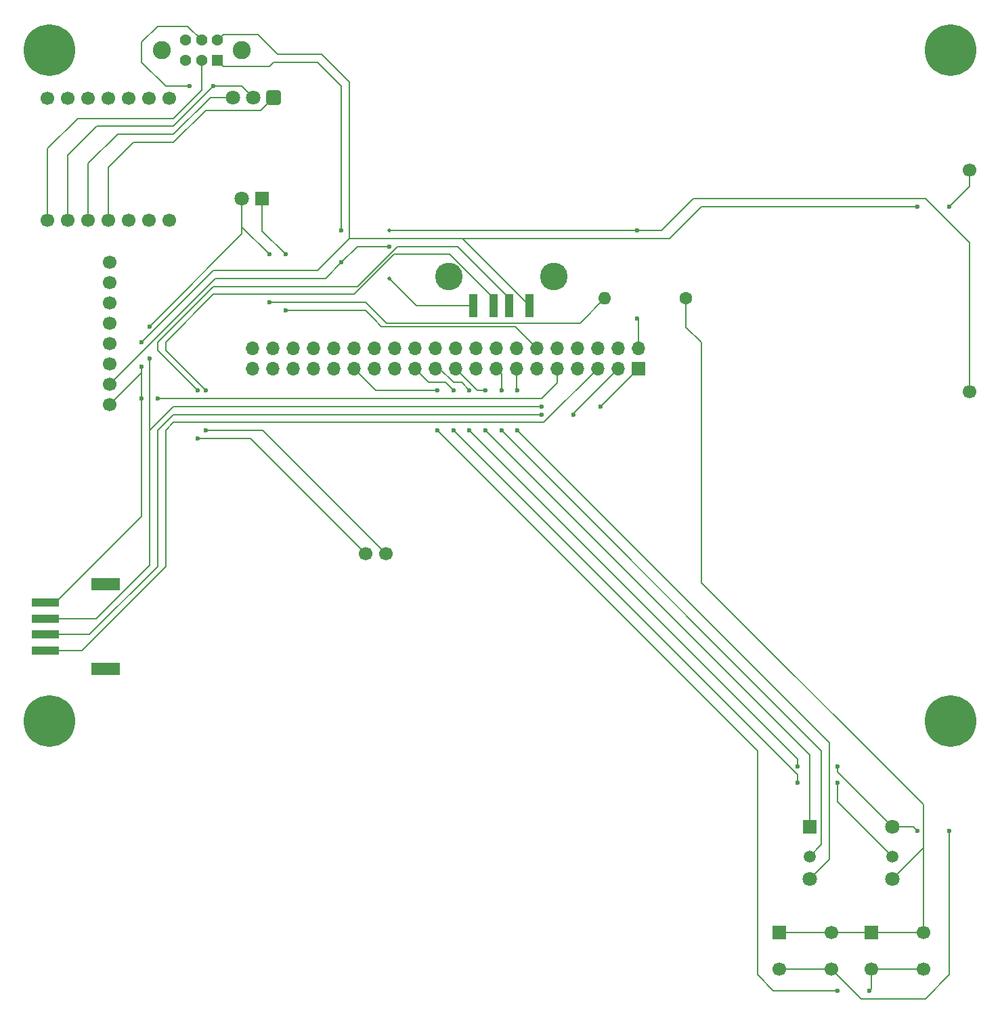
<source format=gbr>
%TF.GenerationSoftware,KiCad,Pcbnew,8.0.7-8.0.7-0~ubuntu22.04.1*%
%TF.CreationDate,2026-01-24T15:26:46-05:00*%
%TF.ProjectId,whackberry_mobo,77686163-6b62-4657-9272-795f6d6f626f,rev?*%
%TF.SameCoordinates,Original*%
%TF.FileFunction,Copper,L2,Bot*%
%TF.FilePolarity,Positive*%
%FSLAX46Y46*%
G04 Gerber Fmt 4.6, Leading zero omitted, Abs format (unit mm)*
G04 Created by KiCad (PCBNEW 8.0.7-8.0.7-0~ubuntu22.04.1) date 2026-01-24 15:26:46*
%MOMM*%
%LPD*%
G01*
G04 APERTURE LIST*
G04 Aperture macros list*
%AMRoundRect*
0 Rectangle with rounded corners*
0 $1 Rounding radius*
0 $2 $3 $4 $5 $6 $7 $8 $9 X,Y pos of 4 corners*
0 Add a 4 corners polygon primitive as box body*
4,1,4,$2,$3,$4,$5,$6,$7,$8,$9,$2,$3,0*
0 Add four circle primitives for the rounded corners*
1,1,$1+$1,$2,$3*
1,1,$1+$1,$4,$5*
1,1,$1+$1,$6,$7*
1,1,$1+$1,$8,$9*
0 Add four rect primitives between the rounded corners*
20,1,$1+$1,$2,$3,$4,$5,0*
20,1,$1+$1,$4,$5,$6,$7,0*
20,1,$1+$1,$6,$7,$8,$9,0*
20,1,$1+$1,$8,$9,$2,$3,0*%
G04 Aperture macros list end*
%TA.AperFunction,ComponentPad*%
%ADD10R,1.700000X1.700000*%
%TD*%
%TA.AperFunction,ComponentPad*%
%ADD11C,1.700000*%
%TD*%
%TA.AperFunction,ComponentPad*%
%ADD12C,6.451600*%
%TD*%
%TA.AperFunction,ComponentPad*%
%ADD13R,1.800000X1.800000*%
%TD*%
%TA.AperFunction,ComponentPad*%
%ADD14C,1.500000*%
%TD*%
%TA.AperFunction,ComponentPad*%
%ADD15C,1.800000*%
%TD*%
%TA.AperFunction,ComponentPad*%
%ADD16R,1.438000X1.438000*%
%TD*%
%TA.AperFunction,ComponentPad*%
%ADD17C,1.438000*%
%TD*%
%TA.AperFunction,ComponentPad*%
%ADD18C,2.265000*%
%TD*%
%TA.AperFunction,ComponentPad*%
%ADD19C,1.600000*%
%TD*%
%TA.AperFunction,ComponentPad*%
%ADD20O,1.600000X1.600000*%
%TD*%
%TA.AperFunction,ComponentPad*%
%ADD21O,1.700000X1.700000*%
%TD*%
%TA.AperFunction,SMDPad,CuDef*%
%ADD22R,1.120000X2.880000*%
%TD*%
%TA.AperFunction,ComponentPad*%
%ADD23C,3.450000*%
%TD*%
%TA.AperFunction,ComponentPad*%
%ADD24RoundRect,0.248400X0.651600X0.651600X-0.651600X0.651600X-0.651600X-0.651600X0.651600X-0.651600X0*%
%TD*%
%TA.AperFunction,SMDPad,CuDef*%
%ADD25R,3.400000X1.000000*%
%TD*%
%TA.AperFunction,SMDPad,CuDef*%
%ADD26R,3.600000X1.500000*%
%TD*%
%TA.AperFunction,ViaPad*%
%ADD27C,0.600000*%
%TD*%
%TA.AperFunction,ViaPad*%
%ADD28C,0.500000*%
%TD*%
%TA.AperFunction,Conductor*%
%ADD29C,0.200000*%
%TD*%
G04 APERTURE END LIST*
D10*
%TO.P,SW2,1,1*%
%TO.N,Net-(5WayNav-1-COMMON)*%
X145250000Y-133750000D03*
D11*
X151750000Y-133750000D03*
%TO.P,SW2,2,2*%
%TO.N,Net-(RPi-Zero-1-Pad29)*%
X145250000Y-138250000D03*
X151750000Y-138250000D03*
%TD*%
D10*
%TO.P,SW1,1,1*%
%TO.N,Net-(5WayNav-1-COMMON)*%
X133750000Y-133750000D03*
D11*
X140250000Y-133750000D03*
%TO.P,SW1,2,2*%
%TO.N,Net-(5WayNav-1-CENTER)*%
X133750000Y-138250000D03*
X140250000Y-138250000D03*
%TD*%
%TO.P,LCD-1,5V*%
%TO.N,Net-(USB-A-1-5V)*%
X157524000Y-66187400D03*
%TO.P,LCD-1,GND*%
%TO.N,Net-(GROVE-1-GND)*%
X157524000Y-38501400D03*
D12*
%TO.P,LCD-1,SH1*%
%TO.N,N/C*%
X42500000Y-107300000D03*
%TO.P,LCD-1,SH2*%
X155200000Y-107300000D03*
%TO.P,LCD-1,SH3*%
X155200000Y-23500000D03*
%TO.P,LCD-1,SH4*%
X42500000Y-23500000D03*
%TD*%
D13*
%TO.P,5WayNav-1,1,A*%
%TO.N,Net-(5WayNav-1-A)*%
X137550000Y-120500000D03*
D14*
%TO.P,5WayNav-1,2,B*%
%TO.N,Net-(5WayNav-1-B)*%
X137550000Y-124200000D03*
D15*
%TO.P,5WayNav-1,3,C*%
%TO.N,Net-(5WayNav-1-C)*%
X137550000Y-127000000D03*
%TO.P,5WayNav-1,4,COMMON*%
%TO.N,Net-(5WayNav-1-COMMON)*%
X147850000Y-127000000D03*
D14*
%TO.P,5WayNav-1,5,D*%
%TO.N,Net-(5WayNav-1-D)*%
X147850000Y-124200000D03*
D15*
%TO.P,5WayNav-1,6,CENTER*%
%TO.N,Net-(5WayNav-1-CENTER)*%
X147850000Y-120500000D03*
%TD*%
D16*
%TO.P,S1,1*%
%TO.N,Net-(USB-A-1-5V)*%
X63500000Y-24750000D03*
D17*
%TO.P,S1,2*%
%TO.N,Net-(QTpy-1-Pad5V)*%
X61500000Y-24750000D03*
%TO.P,S1,3*%
%TO.N,unconnected-(S1-Pad3)*%
X59500000Y-24750000D03*
%TO.P,S1,4*%
%TO.N,Net-(GROVE-1-GND)*%
X63500000Y-22250000D03*
%TO.P,S1,5*%
%TO.N,Net-(IR-Re-1-GND)*%
X61500000Y-22250000D03*
%TO.P,S1,6*%
%TO.N,unconnected-(S1-Pad6)*%
X59500000Y-22250000D03*
D18*
%TO.P,S1,S1*%
%TO.N,N/C*%
X66500000Y-23500000D03*
%TO.P,S1,S2*%
X56500000Y-23500000D03*
%TD*%
D19*
%TO.P,R1,1*%
%TO.N,Net-(5WayNav-1-COMMON)*%
X122080000Y-54500000D03*
D20*
%TO.P,R1,2*%
%TO.N,Net-(GROVE-1-3.3V)*%
X111920000Y-54500000D03*
%TD*%
D13*
%TO.P,IR-LED-1,1,K*%
%TO.N,Net-(IR-LED-1-K)*%
X69100000Y-42000000D03*
D15*
%TO.P,IR-LED-1,2,A*%
%TO.N,Net-(GROVE-1-3.3V)*%
X66560000Y-42000000D03*
%TD*%
D10*
%TO.P,RPi-Zero-1,1*%
%TO.N,Net-(GROVE-1-3.3V)*%
X116130000Y-63270000D03*
D21*
%TO.P,RPi-Zero-1,2*%
%TO.N,Net-(USB-A-1-5V)*%
X116130000Y-60730000D03*
%TO.P,RPi-Zero-1,3*%
%TO.N,Net-(GROVE-1-SCL)*%
X113590000Y-63270000D03*
%TO.P,RPi-Zero-1,4*%
%TO.N,unconnected-(RPi-Zero-1-Pad4)*%
X113590000Y-60730000D03*
%TO.P,RPi-Zero-1,5*%
%TO.N,Net-(GROVE-1-SDA)*%
X111050000Y-63270000D03*
%TO.P,RPi-Zero-1,6*%
%TO.N,unconnected-(RPi-Zero-1-Pad6)*%
X111050000Y-60730000D03*
%TO.P,RPi-Zero-1,7*%
%TO.N,unconnected-(RPi-Zero-1-Pad7)*%
X108510000Y-63270000D03*
%TO.P,RPi-Zero-1,8*%
%TO.N,unconnected-(RPi-Zero-1-Pad8)*%
X108510000Y-60730000D03*
%TO.P,RPi-Zero-1,9*%
%TO.N,Net-(GROVE-1-GND)*%
X105970000Y-63270000D03*
%TO.P,RPi-Zero-1,10*%
%TO.N,unconnected-(RPi-Zero-1-Pad10)*%
X105970000Y-60730000D03*
%TO.P,RPi-Zero-1,11*%
%TO.N,unconnected-(RPi-Zero-1-Pad11)*%
X103430000Y-63270000D03*
%TO.P,RPi-Zero-1,12*%
%TO.N,Net-(IR-LED-1-K)*%
X103430000Y-60730000D03*
%TO.P,RPi-Zero-1,13*%
%TO.N,Net-(5WayNav-1-C)*%
X100890000Y-63270000D03*
%TO.P,RPi-Zero-1,14*%
%TO.N,unconnected-(RPi-Zero-1-Pad14)*%
X100890000Y-60730000D03*
%TO.P,RPi-Zero-1,15*%
%TO.N,Net-(5WayNav-1-B)*%
X98350000Y-63270000D03*
%TO.P,RPi-Zero-1,16*%
%TO.N,unconnected-(RPi-Zero-1-Pad16)*%
X98350000Y-60730000D03*
%TO.P,RPi-Zero-1,17*%
%TO.N,unconnected-(RPi-Zero-1-Pad17)*%
X95810000Y-63270000D03*
%TO.P,RPi-Zero-1,18*%
%TO.N,unconnected-(RPi-Zero-1-Pad18)*%
X95810000Y-60730000D03*
%TO.P,RPi-Zero-1,19*%
%TO.N,Net-(5WayNav-1-A)*%
X93270000Y-63270000D03*
%TO.P,RPi-Zero-1,20*%
%TO.N,unconnected-(RPi-Zero-1-Pad20)*%
X93270000Y-60730000D03*
%TO.P,RPi-Zero-1,21*%
%TO.N,Net-(5WayNav-1-CENTER)*%
X90730000Y-63270000D03*
%TO.P,RPi-Zero-1,22*%
%TO.N,unconnected-(RPi-Zero-1-Pad22)*%
X90730000Y-60730000D03*
%TO.P,RPi-Zero-1,23*%
%TO.N,Net-(5WayNav-1-D)*%
X88190000Y-63270000D03*
%TO.P,RPi-Zero-1,24*%
%TO.N,unconnected-(RPi-Zero-1-Pad24)*%
X88190000Y-60730000D03*
%TO.P,RPi-Zero-1,25*%
%TO.N,unconnected-(RPi-Zero-1-Pad25)*%
X85650000Y-63270000D03*
%TO.P,RPi-Zero-1,26*%
%TO.N,unconnected-(RPi-Zero-1-Pad26)*%
X85650000Y-60730000D03*
%TO.P,RPi-Zero-1,27*%
%TO.N,unconnected-(RPi-Zero-1-Pad27)*%
X83110000Y-63270000D03*
%TO.P,RPi-Zero-1,28*%
%TO.N,unconnected-(RPi-Zero-1-Pad28)*%
X83110000Y-60730000D03*
%TO.P,RPi-Zero-1,29*%
%TO.N,Net-(RPi-Zero-1-Pad29)*%
X80570000Y-63270000D03*
%TO.P,RPi-Zero-1,30*%
%TO.N,unconnected-(RPi-Zero-1-Pad30)*%
X80570000Y-60730000D03*
%TO.P,RPi-Zero-1,31*%
%TO.N,unconnected-(RPi-Zero-1-Pad31)*%
X78030000Y-63270000D03*
%TO.P,RPi-Zero-1,32*%
%TO.N,unconnected-(RPi-Zero-1-Pad32)*%
X78030000Y-60730000D03*
%TO.P,RPi-Zero-1,33*%
%TO.N,unconnected-(RPi-Zero-1-Pad33)*%
X75490000Y-63270000D03*
%TO.P,RPi-Zero-1,34*%
%TO.N,unconnected-(RPi-Zero-1-Pad34)*%
X75490000Y-60730000D03*
%TO.P,RPi-Zero-1,35*%
%TO.N,unconnected-(RPi-Zero-1-Pad35)*%
X72950000Y-63270000D03*
%TO.P,RPi-Zero-1,36*%
%TO.N,unconnected-(RPi-Zero-1-Pad36)*%
X72950000Y-60730000D03*
%TO.P,RPi-Zero-1,37*%
%TO.N,unconnected-(RPi-Zero-1-Pad37)*%
X70410000Y-63270000D03*
%TO.P,RPi-Zero-1,38*%
%TO.N,unconnected-(RPi-Zero-1-Pad38)*%
X70410000Y-60730000D03*
%TO.P,RPi-Zero-1,39*%
%TO.N,unconnected-(RPi-Zero-1-Pad39)*%
X67870000Y-63270000D03*
%TO.P,RPi-Zero-1,40*%
%TO.N,unconnected-(RPi-Zero-1-Pad40)*%
X67870000Y-60730000D03*
D11*
%TO.P,RPi-Zero-1,PP22*%
%TO.N,Net-(USB-A-1-D+)*%
X81975000Y-86350000D03*
%TO.P,RPi-Zero-1,PP23*%
%TO.N,Net-(USB-A-1-D-)*%
X84515000Y-86350000D03*
%TD*%
%TO.P,QTpy-1,3.3V*%
%TO.N,Net-(IR-Re-1-Vs)*%
X47340000Y-44740000D03*
%TO.P,QTpy-1,5V*%
%TO.N,Net-(QTpy-1-Pad5V)*%
X42260000Y-44740000D03*
%TO.P,QTpy-1,A0*%
%TO.N,unconnected-(QTpy-1-PadA0)*%
X42260000Y-29500000D03*
%TO.P,QTpy-1,A1*%
%TO.N,unconnected-(QTpy-1-PadA1)*%
X44800000Y-29500000D03*
%TO.P,QTpy-1,A2*%
%TO.N,unconnected-(QTpy-1-PadA2)*%
X47340000Y-29500000D03*
%TO.P,QTpy-1,A3*%
%TO.N,unconnected-(QTpy-1-PadA3)*%
X49880000Y-29500000D03*
%TO.P,QTpy-1,GND*%
%TO.N,Net-(IR-Re-1-GND)*%
X44800000Y-44740000D03*
%TO.P,QTpy-1,MISO*%
%TO.N,unconnected-(QTpy-1-PadMISO)*%
X52420000Y-44740000D03*
%TO.P,QTpy-1,MOSI*%
%TO.N,Net-(IR-Re-1-OUT)*%
X49880000Y-44740000D03*
%TO.P,QTpy-1,RX*%
%TO.N,unconnected-(QTpy-1-PadRX)*%
X57500000Y-44740000D03*
%TO.P,QTpy-1,SCK*%
%TO.N,unconnected-(QTpy-1-PadSCK)*%
X54960000Y-44740000D03*
%TO.P,QTpy-1,SCL*%
%TO.N,unconnected-(QTpy-1-PadSCL)*%
X54960000Y-29500000D03*
%TO.P,QTpy-1,SDA*%
%TO.N,unconnected-(QTpy-1-PadSDA)*%
X52420000Y-29500000D03*
%TO.P,QTpy-1,TX*%
%TO.N,unconnected-(QTpy-1-PadTX)*%
X57500000Y-29500000D03*
%TD*%
D22*
%TO.P,USB-A-1,1,5V*%
%TO.N,Net-(USB-A-1-5V)*%
X95500000Y-55360000D03*
%TO.P,USB-A-1,2,D-*%
%TO.N,Net-(USB-A-1-D-)*%
X98000000Y-55360000D03*
%TO.P,USB-A-1,3,D+*%
%TO.N,Net-(USB-A-1-D+)*%
X100000000Y-55360000D03*
%TO.P,USB-A-1,4,GND*%
%TO.N,Net-(GROVE-1-GND)*%
X102500000Y-55360000D03*
D23*
%TO.P,USB-A-1,5,MH1*%
%TO.N,unconnected-(USB-A-1-MH1-Pad5)*%
X92430000Y-51780000D03*
%TO.P,USB-A-1,6,MH2*%
%TO.N,unconnected-(USB-A-1-MH2-Pad6)*%
X105570000Y-51780000D03*
%TD*%
D24*
%TO.P,IR-Re-1,1,OUT*%
%TO.N,Net-(IR-Re-1-OUT)*%
X70500000Y-29400000D03*
D15*
%TO.P,IR-Re-1,2,GND*%
%TO.N,Net-(IR-Re-1-GND)*%
X67960000Y-29400000D03*
%TO.P,IR-Re-1,3,Vs*%
%TO.N,Net-(IR-Re-1-Vs)*%
X65420000Y-29400000D03*
%TD*%
D25*
%TO.P,GROVE-1,1,GND*%
%TO.N,Net-(GROVE-1-GND)*%
X42000000Y-92500000D03*
%TO.P,GROVE-1,2,3.3V*%
%TO.N,Net-(GROVE-1-3.3V)*%
X42000000Y-94500000D03*
%TO.P,GROVE-1,3,SCL*%
%TO.N,Net-(GROVE-1-SCL)*%
X42000000Y-96500000D03*
%TO.P,GROVE-1,4,SDA*%
%TO.N,Net-(GROVE-1-SDA)*%
X42000000Y-98500000D03*
D26*
%TO.P,GROVE-1,MP1,MP1*%
%TO.N,unconnected-(GROVE-1-PadMP1)*%
X49500000Y-90200000D03*
%TO.P,GROVE-1,MP2,MP2*%
%TO.N,unconnected-(GROVE-1-PadMP2)*%
X49500000Y-100800000D03*
%TD*%
D11*
%TO.P,USB-C-1,CC1*%
%TO.N,unconnected-(USB-C-1-PadCC1)*%
X50000000Y-60160000D03*
%TO.P,USB-C-1,CC2*%
%TO.N,unconnected-(USB-C-1-PadCC2)*%
X50000000Y-50000000D03*
%TO.P,USB-C-1,D+*%
%TO.N,unconnected-(USB-C-1-PadD+)*%
X50000000Y-55080000D03*
%TO.P,USB-C-1,D-*%
%TO.N,unconnected-(USB-C-1-PadD-)*%
X50000000Y-57620000D03*
%TO.P,USB-C-1,GND*%
%TO.N,Net-(GROVE-1-GND)*%
X50000000Y-67780000D03*
%TO.P,USB-C-1,SBU1*%
%TO.N,unconnected-(USB-C-1-PadSBU1)*%
X50000000Y-52540000D03*
%TO.P,USB-C-1,SBU2*%
%TO.N,unconnected-(USB-C-1-PadSBU2)*%
X50000000Y-62700000D03*
%TO.P,USB-C-1,VBUS*%
%TO.N,Net-(USB-A-1-5V)*%
X50000000Y-65240000D03*
%TD*%
D27*
%TO.N,Net-(5WayNav-1-B)*%
X99000000Y-71000000D03*
X99000000Y-66000000D03*
%TO.N,Net-(5WayNav-1-D)*%
X141000000Y-115000000D03*
X136000000Y-115000000D03*
X93000000Y-71000000D03*
X93000000Y-66000000D03*
%TO.N,Net-(5WayNav-1-C)*%
X101000000Y-71000000D03*
X101000000Y-66000000D03*
%TO.N,Net-(5WayNav-1-CENTER)*%
X141000000Y-113000000D03*
X155000000Y-121000000D03*
X151000000Y-121000000D03*
X95000000Y-66000000D03*
X136000000Y-113000000D03*
X95000000Y-71000000D03*
%TO.N,Net-(5WayNav-1-A)*%
X97000000Y-66000000D03*
X97000000Y-71000000D03*
%TO.N,Net-(GROVE-1-3.3V)*%
X70000000Y-49000000D03*
X70000000Y-55000000D03*
X104000000Y-68000000D03*
X55000000Y-58000000D03*
X55000000Y-62000000D03*
X111400000Y-68000000D03*
%TO.N,Net-(GROVE-1-SCL)*%
X104000000Y-69000000D03*
X108000000Y-69000000D03*
%TO.N,Net-(GROVE-1-GND)*%
X54000000Y-60000000D03*
X54000000Y-67000000D03*
X54000000Y-63000000D03*
X56000000Y-67000000D03*
X151000000Y-43000000D03*
X155000000Y-43000000D03*
%TO.N,Net-(IR-LED-1-K)*%
X72000000Y-56000000D03*
X72000000Y-49000000D03*
%TO.N,Net-(USB-A-1-5V)*%
X85000000Y-48000000D03*
X116000000Y-46000000D03*
X79000000Y-50000000D03*
X116000000Y-57000000D03*
D28*
X85000000Y-46000000D03*
D27*
X79000000Y-46000000D03*
D28*
X85000000Y-52000000D03*
D27*
%TO.N,Net-(RPi-Zero-1-Pad29)*%
X91000000Y-66000000D03*
X141000000Y-141000000D03*
X145000000Y-141000000D03*
X91000000Y-71000000D03*
%TO.N,Net-(USB-A-1-D-)*%
X62000000Y-71000000D03*
X62000000Y-66000000D03*
%TO.N,Net-(USB-A-1-D+)*%
X61000000Y-66000000D03*
X61000000Y-72000000D03*
%TO.N,Net-(IR-Re-1-GND)*%
X60000000Y-28000000D03*
X63000000Y-28000000D03*
%TD*%
D29*
%TO.N,Net-(5WayNav-1-B)*%
X139000000Y-122750000D02*
X137550000Y-124200000D01*
X99000000Y-66000000D02*
X99000000Y-63920000D01*
X99000000Y-71000000D02*
X139000000Y-111000000D01*
X139000000Y-111000000D02*
X139000000Y-122750000D01*
X99000000Y-63920000D02*
X98350000Y-63270000D01*
%TO.N,Net-(5WayNav-1-D)*%
X141000000Y-115000000D02*
X141000000Y-117350000D01*
X92000000Y-65000000D02*
X89920000Y-65000000D01*
X89920000Y-65000000D02*
X88190000Y-63270000D01*
X141000000Y-117350000D02*
X147850000Y-124200000D01*
X93000000Y-66000000D02*
X92000000Y-65000000D01*
X93000000Y-71000000D02*
X136000000Y-114000000D01*
X136000000Y-114000000D02*
X136000000Y-115000000D01*
%TO.N,Net-(5WayNav-1-COMMON)*%
X151750000Y-122000000D02*
X151750000Y-117750000D01*
X145250000Y-133750000D02*
X151750000Y-133750000D01*
X147850000Y-127000000D02*
X151750000Y-123100000D01*
X151750000Y-117750000D02*
X124000000Y-90000000D01*
X124000000Y-90000000D02*
X124000000Y-60000000D01*
X151750000Y-133750000D02*
X151750000Y-122000000D01*
X151750000Y-123100000D02*
X151750000Y-122000000D01*
X140250000Y-133750000D02*
X145250000Y-133750000D01*
X122080000Y-58080000D02*
X122080000Y-54500000D01*
X124000000Y-60000000D02*
X122080000Y-58080000D01*
X133750000Y-133750000D02*
X140250000Y-133750000D01*
%TO.N,Net-(5WayNav-1-C)*%
X140000000Y-124550000D02*
X140000000Y-123000000D01*
X101000000Y-71000000D02*
X140000000Y-110000000D01*
X140000000Y-110000000D02*
X140000000Y-123000000D01*
X137550000Y-127000000D02*
X140000000Y-124550000D01*
X100890000Y-65890000D02*
X100890000Y-63270000D01*
X101000000Y-66000000D02*
X100890000Y-65890000D01*
%TO.N,Net-(5WayNav-1-CENTER)*%
X141000000Y-113000000D02*
X141000000Y-113650000D01*
X144000000Y-142000000D02*
X140250000Y-138250000D01*
X93000000Y-65000000D02*
X91270000Y-63270000D01*
X95000000Y-71000000D02*
X136000000Y-112000000D01*
X155000000Y-121000000D02*
X155000000Y-139000000D01*
X95000000Y-66000000D02*
X94000000Y-65000000D01*
X94000000Y-65000000D02*
X93000000Y-65000000D01*
X136000000Y-112000000D02*
X136000000Y-113000000D01*
X152000000Y-142000000D02*
X144000000Y-142000000D01*
X91270000Y-63270000D02*
X90730000Y-63270000D01*
X150500000Y-120500000D02*
X151000000Y-121000000D01*
X133750000Y-138250000D02*
X140250000Y-138250000D01*
X147850000Y-120500000D02*
X150500000Y-120500000D01*
X155000000Y-139000000D02*
X152000000Y-142000000D01*
X141000000Y-113650000D02*
X147850000Y-120500000D01*
%TO.N,Net-(5WayNav-1-A)*%
X97000000Y-66000000D02*
X96000000Y-66000000D01*
X137550000Y-111550000D02*
X137550000Y-120500000D01*
X96000000Y-66000000D02*
X93270000Y-63270000D01*
X97000000Y-71000000D02*
X137550000Y-111550000D01*
%TO.N,Net-(GROVE-1-3.3V)*%
X111920000Y-54500000D02*
X108820000Y-57600000D01*
X83500000Y-56500000D02*
X82000000Y-55000000D01*
X56000000Y-57000000D02*
X55000000Y-58000000D01*
X58000000Y-68000000D02*
X104000000Y-68000000D01*
X85000000Y-57600000D02*
X84600000Y-57600000D01*
X66560000Y-45000000D02*
X66560000Y-45560000D01*
X42000000Y-94500000D02*
X48350000Y-94500000D01*
X82000000Y-55000000D02*
X70000000Y-55000000D01*
X66560000Y-42000000D02*
X66560000Y-45000000D01*
X55000000Y-87850000D02*
X55000000Y-71000000D01*
X66560000Y-45560000D02*
X70000000Y-49000000D01*
X66560000Y-46440000D02*
X56000000Y-57000000D01*
X55000000Y-62000000D02*
X55000000Y-71000000D01*
X108820000Y-57600000D02*
X85000000Y-57600000D01*
X116130000Y-63270000D02*
X111400000Y-68000000D01*
X84600000Y-57600000D02*
X83500000Y-56500000D01*
X66560000Y-45000000D02*
X66560000Y-46440000D01*
X48350000Y-94500000D02*
X55000000Y-87850000D01*
X55000000Y-71000000D02*
X58000000Y-68000000D01*
%TO.N,Net-(GROVE-1-SDA)*%
X57000000Y-88000000D02*
X46500000Y-98500000D01*
X104320000Y-70000000D02*
X58000000Y-70000000D01*
X58000000Y-70000000D02*
X57000000Y-71000000D01*
X111050000Y-63270000D02*
X104320000Y-70000000D01*
X57000000Y-71000000D02*
X57000000Y-88000000D01*
X46500000Y-98500000D02*
X42000000Y-98500000D01*
%TO.N,Net-(GROVE-1-SCL)*%
X58000000Y-69000000D02*
X104000000Y-69000000D01*
X56000000Y-71000000D02*
X58000000Y-69000000D01*
X42000000Y-96500000D02*
X47500000Y-96500000D01*
X113590000Y-63270000D02*
X108000000Y-68860000D01*
X108000000Y-68860000D02*
X108000000Y-69000000D01*
X47500000Y-96500000D02*
X56000000Y-88000000D01*
X56000000Y-88000000D02*
X56000000Y-71000000D01*
%TO.N,Net-(GROVE-1-GND)*%
X63000000Y-67000000D02*
X56000000Y-67000000D01*
X157524000Y-40476000D02*
X155000000Y-43000000D01*
X76500000Y-24000000D02*
X71000000Y-24000000D01*
X54000000Y-63780000D02*
X50000000Y-67780000D01*
X68531000Y-21531000D02*
X64219000Y-21531000D01*
X54000000Y-67000000D02*
X54000000Y-81700000D01*
X120000000Y-47000000D02*
X124000000Y-43000000D01*
X63566346Y-51000000D02*
X63000000Y-51000000D01*
X80000000Y-47000000D02*
X80000000Y-27500000D01*
X94140000Y-47000000D02*
X84000000Y-47000000D01*
X64219000Y-21531000D02*
X63500000Y-22250000D01*
X124000000Y-43000000D02*
X151000000Y-43000000D01*
X54000000Y-67000000D02*
X54000000Y-63780000D01*
X105970000Y-65030000D02*
X104000000Y-67000000D01*
X104000000Y-67000000D02*
X63000000Y-67000000D01*
X102500000Y-55360000D02*
X94140000Y-47000000D01*
X105970000Y-63270000D02*
X105970000Y-65030000D01*
X63566346Y-51000000D02*
X76000000Y-51000000D01*
X63000000Y-51000000D02*
X54000000Y-60000000D01*
X54000000Y-63000000D02*
X54000000Y-63780000D01*
X71000000Y-24000000D02*
X68531000Y-21531000D01*
X80000000Y-47000000D02*
X84000000Y-47000000D01*
X54000000Y-81700000D02*
X43200000Y-92500000D01*
X76000000Y-51000000D02*
X80000000Y-47000000D01*
X94140000Y-47000000D02*
X120000000Y-47000000D01*
X80000000Y-27500000D02*
X76500000Y-24000000D01*
X157524000Y-38501400D02*
X157524000Y-40476000D01*
X43200000Y-92500000D02*
X42000000Y-92500000D01*
%TO.N,Net-(IR-LED-1-K)*%
X69100000Y-46100000D02*
X69100000Y-42000000D01*
X103430000Y-60730000D02*
X100700000Y-58000000D01*
X72000000Y-49000000D02*
X69100000Y-46100000D01*
X100700000Y-58000000D02*
X84000000Y-58000000D01*
X83000000Y-57000000D02*
X82000000Y-56000000D01*
X84000000Y-58000000D02*
X83000000Y-57000000D01*
X82000000Y-56000000D02*
X72000000Y-56000000D01*
%TO.N,Net-(IR-Re-1-OUT)*%
X63620000Y-31000000D02*
X68900000Y-31000000D01*
X63620000Y-31000000D02*
X62000000Y-31000000D01*
X49880000Y-44740000D02*
X49880000Y-38120000D01*
X58000000Y-35000000D02*
X53000000Y-35000000D01*
X68900000Y-31000000D02*
X70500000Y-29400000D01*
X62000000Y-31000000D02*
X58000000Y-35000000D01*
X49880000Y-38120000D02*
X53000000Y-35000000D01*
%TO.N,Net-(IR-Re-1-Vs)*%
X62680000Y-29400000D02*
X65420000Y-29400000D01*
X62600000Y-29400000D02*
X58000000Y-34000000D01*
X47340000Y-44740000D02*
X47340000Y-37660000D01*
X58000000Y-34000000D02*
X51000000Y-34000000D01*
X47340000Y-37660000D02*
X51000000Y-34000000D01*
X62680000Y-29400000D02*
X62600000Y-29400000D01*
%TO.N,Net-(USB-A-1-5V)*%
X116000000Y-46000000D02*
X119000000Y-46000000D01*
X63240000Y-52000000D02*
X77000000Y-52000000D01*
X70000000Y-25500000D02*
X70500000Y-25000000D01*
X75500000Y-25000000D02*
X76000000Y-25000000D01*
X88360000Y-55360000D02*
X85000000Y-52000000D01*
X152000000Y-42000000D02*
X157524000Y-47524000D01*
X95500000Y-55360000D02*
X88360000Y-55360000D01*
X63500000Y-24750000D02*
X64250000Y-25500000D01*
X79000000Y-50000000D02*
X77000000Y-52000000D01*
X64250000Y-25500000D02*
X70000000Y-25500000D01*
X79000000Y-28000000D02*
X79000000Y-46000000D01*
X116130000Y-60730000D02*
X116130000Y-57130000D01*
X119000000Y-46000000D02*
X123000000Y-42000000D01*
X123000000Y-42000000D02*
X152000000Y-42000000D01*
X70500000Y-25000000D02*
X75500000Y-25000000D01*
X76000000Y-25000000D02*
X79000000Y-28000000D01*
X85000000Y-48000000D02*
X81000000Y-48000000D01*
X81000000Y-48000000D02*
X79000000Y-50000000D01*
X85000000Y-46000000D02*
X116000000Y-46000000D01*
X157524000Y-47524000D02*
X157524000Y-66187400D01*
X116130000Y-57130000D02*
X116000000Y-57000000D01*
X50000000Y-65240000D02*
X63240000Y-52000000D01*
%TO.N,Net-(RPi-Zero-1-Pad29)*%
X131000000Y-139000000D02*
X131000000Y-134000000D01*
X141000000Y-141000000D02*
X133000000Y-141000000D01*
X145250000Y-140750000D02*
X145000000Y-141000000D01*
X91000000Y-66000000D02*
X83300000Y-66000000D01*
X145250000Y-138250000D02*
X145250000Y-140750000D01*
X91000000Y-71000000D02*
X131000000Y-111000000D01*
X83300000Y-66000000D02*
X80570000Y-63270000D01*
X151750000Y-138250000D02*
X145250000Y-138250000D01*
X131000000Y-111000000D02*
X131000000Y-134000000D01*
X133000000Y-141000000D02*
X131000000Y-139000000D01*
%TO.N,Net-(USB-A-1-D-)*%
X62000000Y-71000000D02*
X69165000Y-71000000D01*
X69165000Y-71000000D02*
X84515000Y-86350000D01*
X63000000Y-54000000D02*
X57000000Y-60000000D01*
X92520000Y-49000000D02*
X89000000Y-49000000D01*
X57000000Y-60000000D02*
X57000000Y-61000000D01*
X80565686Y-54000000D02*
X74000000Y-54000000D01*
X74000000Y-54000000D02*
X63000000Y-54000000D01*
X85565686Y-49000000D02*
X80565686Y-54000000D01*
X98000000Y-54480000D02*
X92520000Y-49000000D01*
X62000000Y-66000000D02*
X57000000Y-61000000D01*
X98000000Y-55360000D02*
X98000000Y-54480000D01*
X89000000Y-49000000D02*
X85565686Y-49000000D01*
%TO.N,Net-(USB-A-1-D+)*%
X67625000Y-72000000D02*
X67000000Y-72000000D01*
X61000000Y-66000000D02*
X56000000Y-61000000D01*
X67000000Y-72000000D02*
X61000000Y-72000000D01*
X93520000Y-48000000D02*
X86000000Y-48000000D01*
X100000000Y-54480000D02*
X93520000Y-48000000D01*
X83000000Y-51000000D02*
X81000000Y-53000000D01*
X81000000Y-53000000D02*
X75000000Y-53000000D01*
X56000000Y-60000000D02*
X56000000Y-61000000D01*
X100000000Y-55360000D02*
X100000000Y-54480000D01*
X86000000Y-48000000D02*
X83000000Y-51000000D01*
X63000000Y-53000000D02*
X56000000Y-60000000D01*
X75000000Y-53000000D02*
X63000000Y-53000000D01*
X81975000Y-86350000D02*
X67625000Y-72000000D01*
%TO.N,Net-(IR-Re-1-GND)*%
X54000000Y-25000000D02*
X54000000Y-22500000D01*
X54000000Y-22500000D02*
X56000000Y-20500000D01*
X60000000Y-28000000D02*
X57000000Y-28000000D01*
X57000000Y-28000000D02*
X54000000Y-25000000D01*
X66560000Y-28000000D02*
X63000000Y-28000000D01*
X67960000Y-29400000D02*
X66560000Y-28000000D01*
X59750000Y-20500000D02*
X61500000Y-22250000D01*
X44800000Y-44740000D02*
X44800000Y-36634315D01*
X48434315Y-33000000D02*
X58000000Y-33000000D01*
X58000000Y-33000000D02*
X63000000Y-28000000D01*
X56000000Y-20500000D02*
X59750000Y-20500000D01*
X44800000Y-36634315D02*
X48434315Y-33000000D01*
%TO.N,Net-(QTpy-1-Pad5V)*%
X58000000Y-32000000D02*
X46000000Y-32000000D01*
X58000000Y-32000000D02*
X61500000Y-28500000D01*
X61500000Y-28500000D02*
X61500000Y-24750000D01*
X42260000Y-35740000D02*
X46000000Y-32000000D01*
X42260000Y-44740000D02*
X42260000Y-35740000D01*
%TD*%
M02*

</source>
